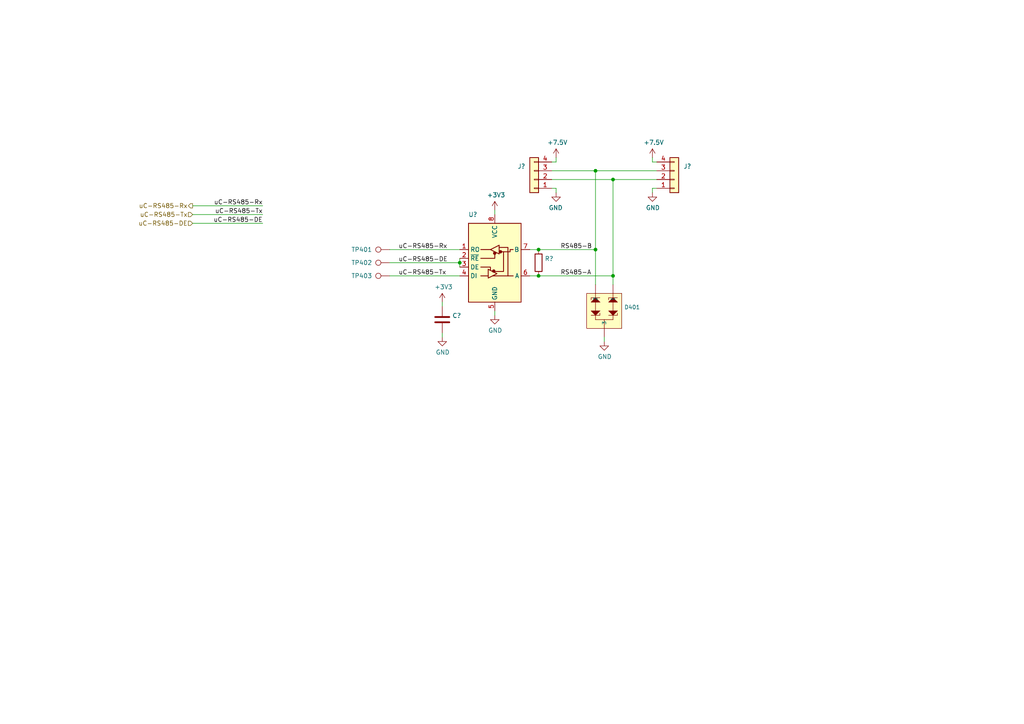
<source format=kicad_sch>
(kicad_sch (version 20211123) (generator eeschema)
  (paper "A4")
  (title_block (title "24 Clocks") (date "GITDATE") (rev "GITHASH") (company "Martin van Leussen"))
  (lib_symbols
    (symbol "24-clocks-rescue:PESD1CAN-SparkFun-DiscreteSemi" (pin_numbers hide) (pin_names (offset 1.016))
      (property "Reference" "D" (at -5.08 6.35 0))
      (property "Value" "PESD1CAN-SparkFun-DiscreteSemi" (at -5.08 -7.62 0))
      (symbol "PESD1CAN-SparkFun-DiscreteSemi_1_0"
        (polyline (pts (xy -5.08 -2.54) (xy -3.81 -2.54)))
        (polyline (pts (xy -5.08 2.54) (xy -3.81 2.54)))
        (polyline (pts (xy -3.81 -3.81) (xy -3.175 -3.81)))
        (polyline (pts (xy -3.81 -2.54) (xy -3.81 -3.81)))
        (polyline (pts (xy -3.81 -2.54) (xy 1.27 -2.54)))
        (polyline (pts (xy -3.81 -1.27) (xy -3.81 -2.54)))
        (polyline (pts (xy -3.81 1.27) (xy -3.175 1.27)))
        (polyline (pts (xy -3.81 2.54) (xy -3.81 1.27)))
        (polyline (pts (xy -3.81 2.54) (xy 1.27 2.54)))
        (polyline (pts (xy -3.81 3.81) (xy -3.81 2.54)))
        (polyline (pts (xy 1.27 -3.81) (xy 1.27 -2.54)))
        (polyline (pts (xy 1.27 -2.54) (xy 1.27 -1.27)))
        (polyline (pts (xy 1.27 -2.54) (xy 2.54 -2.54)))
        (polyline (pts (xy 1.27 -1.27) (xy 0.635 -1.27)))
        (polyline (pts (xy 1.27 1.27) (xy 1.27 2.54)))
        (polyline (pts (xy 1.27 2.54) (xy 1.27 3.81)))
        (polyline (pts (xy 1.27 2.54) (xy 2.54 2.54)))
        (polyline (pts (xy 1.27 3.81) (xy 0.635 3.81)))
        (polyline (pts (xy 2.54 0) (xy 2.54 -2.54)))
        (polyline (pts (xy 2.54 0) (xy 5.08 0)))
        (polyline (pts (xy 2.54 2.54) (xy 2.54 0)))
      )
      (symbol "PESD1CAN-SparkFun-DiscreteSemi_1_1"
        (polyline (pts (xy -2.54 -1.27) (xy -2.54 -3.81) (xy -2.54 -3.81) (xy -3.81 -2.54) (xy -3.81 -2.54) (xy -2.54 -1.27)) (fill (type outline)))
        (polyline (pts (xy -2.54 3.81) (xy -3.81 2.54) (xy -3.81 2.54) (xy -2.54 1.27) (xy -2.54 1.27) (xy -2.54 3.81)) (fill (type outline)))
        (polyline (pts (xy 0 -1.27) (xy 1.27 -2.54) (xy 1.27 -2.54) (xy 0 -3.81) (xy 0 -3.81) (xy 0 -1.27)) (fill (type outline)))
        (polyline (pts (xy 0 3.81) (xy 1.27 2.54) (xy 1.27 2.54) (xy 0 1.27) (xy 0 1.27) (xy 0 3.81)) (fill (type outline)))
        (polyline (pts (xy -5.08 -5.08) (xy 5.08 -5.08) (xy 5.08 5.08) (xy -5.08 5.08) (xy -5.08 2.54) (xy -5.08 -2.54) (xy -5.08 -5.08)) (fill (type background)))
        (pin bidirectional line (at -7.62 2.54 0) (length 2.54) (name "1") (number "1"))
        (pin bidirectional line (at -7.62 -2.54 0) (length 2.54) (name "2") (number "2"))
        (pin bidirectional line (at 7.62 0 180) (length 2.54) (name "3") (number "3"))
      )
    )
    (symbol "Connector:TestPoint" (pin_numbers hide) (pin_names (offset 0.762) hide)
      (property "Reference" "TP" (at 0 6.858 0))
      (property "Value" "TestPoint" (at 0 5.08 0))
      (symbol "TestPoint_0_1"
        (circle (center 0 3.302) (radius 0.762))
      )
      (symbol "TestPoint_1_1"
        (pin passive line (at 0 0 90) (length 2.54) (name "1") (number "1"))
      )
    )
    (symbol "Connector_Generic:Conn_01x04" (pin_names (offset 1.016) hide)
      (property "Reference" "J" (at 0 5.08 0))
      (property "Value" "Conn_01x04" (at 0 -7.62 0))
      (symbol "Conn_01x04_1_1"
        (rectangle (start -1.27 -4.953) (end 0 -5.207) (stroke (width 0.1524)))
        (rectangle (start -1.27 -2.413) (end 0 -2.667) (stroke (width 0.1524)))
        (rectangle (start -1.27 0.127) (end 0 -0.127) (stroke (width 0.1524)))
        (rectangle (start -1.27 2.667) (end 0 2.413) (stroke (width 0.1524)))
        (rectangle (start -1.27 3.81) (end 1.27 -6.35) (stroke (width 0.254)) (fill (type background)))
        (pin passive line (at -5.08 2.54 0) (length 3.81) (name "Pin_1") (number "1"))
        (pin passive line (at -5.08 0 0) (length 3.81) (name "Pin_2") (number "2"))
        (pin passive line (at -5.08 -2.54 0) (length 3.81) (name "Pin_3") (number "3"))
        (pin passive line (at -5.08 -5.08 0) (length 3.81) (name "Pin_4") (number "4"))
      )
    )
    (symbol "Device:C" (pin_numbers hide) (pin_names (offset 0.254))
      (property "Reference" "C" (at 0.635 2.54 0))
      (property "Value" "C" (at 0.635 -2.54 0))
      (symbol "C_0_1"
        (polyline (pts (xy -2.032 -0.762) (xy 2.032 -0.762)) (stroke (width 0.508)))
        (polyline (pts (xy -2.032 0.762) (xy 2.032 0.762)) (stroke (width 0.508)))
      )
      (symbol "C_1_1"
        (pin passive line (at 0 3.81 270) (length 2.794) (name "~") (number "1"))
        (pin passive line (at 0 -3.81 90) (length 2.794) (name "~") (number "2"))
      )
    )
    (symbol "Device:R" (pin_numbers hide) (pin_names (offset 0))
      (property "Reference" "R" (at 2.032 0 90))
      (property "Value" "R" (at 0 0 90))
      (symbol "R_0_1"
        (rectangle (start -1.016 -2.54) (end 1.016 2.54) (stroke (width 0.254)))
      )
      (symbol "R_1_1"
        (pin passive line (at 0 3.81 270) (length 1.27) (name "~") (number "1"))
        (pin passive line (at 0 -3.81 90) (length 1.27) (name "~") (number "2"))
      )
    )
    (symbol "Interface_UART:MAX3485"
      (property "Reference" "U" (at -6.096 11.43 0))
      (property "Value" "MAX3485" (at 0.762 11.43 0))
      (symbol "MAX3485_0_1"
        (rectangle (start -7.62 10.16) (end 7.62 -12.7) (stroke (width 0.254)) (fill (type background)))
        (circle (center -0.3048 -3.683) (radius 0.3556) (stroke (width 0.254)) (fill (type outline)))
        (circle (center -0.0254 1.4986) (radius 0.3556) (stroke (width 0.254)) (fill (type outline)))
        (polyline (pts (xy -4.064 -5.08) (xy -1.905 -5.08)) (stroke (width 0.254)))
        (polyline (pts (xy -4.064 2.54) (xy -1.27 2.54)) (stroke (width 0.254)))
        (polyline (pts (xy -1.27 -3.2004) (xy -1.27 -3.4544)) (stroke (width 0.254)))
        (polyline (pts (xy -0.635 -5.08) (xy 5.334 -5.08)) (stroke (width 0.254)))
        (polyline (pts (xy -4.064 -2.54) (xy -1.27 -2.54) (xy -1.27 -3.175)) (stroke (width 0.254)))
        (polyline (pts (xy 0 1.27) (xy 0 0) (xy -4.064 0)) (stroke (width 0.254)))
        (polyline (pts (xy 1.27 3.175) (xy 3.81 3.175) (xy 3.81 -5.08)) (stroke (width 0.254)))
        (polyline (pts (xy 2.54 1.905) (xy 2.54 -3.81) (xy 0 -3.81)) (stroke (width 0.254)))
        (polyline (pts (xy -1.905 -3.175) (xy -1.905 -5.715) (xy 0.635 -4.445) (xy -1.905 -3.175)) (stroke (width 0.254)))
        (polyline (pts (xy -1.27 2.54) (xy 1.27 3.81) (xy 1.27 1.27) (xy -1.27 2.54)) (stroke (width 0.254)))
        (polyline (pts (xy 1.905 1.905) (xy 4.445 1.905) (xy 4.445 2.54) (xy 5.334 2.54)) (stroke (width 0.254)))
        (rectangle (start 1.27 3.175) (end 1.27 3.175))
        (circle (center 1.651 1.905) (radius 0.3556) (stroke (width 0.254)) (fill (type outline)))
      )
      (symbol "MAX3485_1_1"
        (pin output line (at -10.16 2.54 0) (length 2.54) (name "RO") (number "1"))
        (pin input line (at -10.16 0 0) (length 2.54) (name "~{RE}") (number "2"))
        (pin input line (at -10.16 -2.54 0) (length 2.54) (name "DE") (number "3"))
        (pin input line (at -10.16 -5.08 0) (length 2.54) (name "DI") (number "4"))
        (pin power_in line (at 0 -15.24 90) (length 2.54) (name "GND") (number "5"))
        (pin bidirectional line (at 10.16 -5.08 180) (length 2.54) (name "A") (number "6"))
        (pin bidirectional line (at 10.16 2.54 180) (length 2.54) (name "B") (number "7"))
        (pin power_in line (at 0 12.7 270) (length 2.54) (name "VCC") (number "8"))
      )
    )
    (symbol "power:+3V3" (power) (pin_names (offset 0))
      (property "Value" "+3V3" (at 0 3.556 0))
      (symbol "+3V3_0_1"
        (polyline (pts (xy -0.762 1.27) (xy 0 2.54)))
        (polyline (pts (xy 0 0) (xy 0 2.54)))
        (polyline (pts (xy 0 2.54) (xy 0.762 1.27)))
      )
      (symbol "+3V3_1_1"
        (pin power_in line (at 0 0 90) (length 0) hide (name "+3V3") (number "1"))
      )
    )
    (symbol "power:+7.5V" (power) (pin_names (offset 0))
      (property "Value" "+7.5V" (at 0 3.556 0))
      (symbol "+7.5V_0_1"
        (polyline (pts (xy -0.762 1.27) (xy 0 2.54)))
        (polyline (pts (xy 0 0) (xy 0 2.54)))
        (polyline (pts (xy 0 2.54) (xy 0.762 1.27)))
      )
      (symbol "+7.5V_1_1"
        (pin power_in line (at 0 0 90) (length 0) hide (name "+7.5V") (number "1"))
      )
    )
    (symbol "power:GND" (power) (pin_names (offset 0))
      (property "Value" "GND" (at 0 -3.81 0))
      (symbol "GND_0_1"
        (polyline (pts (xy 0 0) (xy 0 -1.27) (xy 1.27 -1.27) (xy 0 -2.54) (xy -1.27 -1.27) (xy 0 -1.27)))
      )
      (symbol "GND_1_1"
        (pin power_in line (at 0 0 270) (length 0) hide (name "GND") (number "1"))
      )
    )
  )
  (junction (at 172.72 49.53))
  (junction (at 156.21 72.39))
  (junction (at 133.35 76.2))
  (junction (at 177.8 80.01))
  (junction (at 177.8 52.07))
  (junction (at 156.21 80.01))
  (junction (at 172.72 72.39))
  (wire (pts (xy 189.23 45.72) (xy 189.23 46.99)))
  (wire (pts (xy 156.21 72.39) (xy 153.67 72.39)))
  (wire (pts (xy 161.29 46.99) (xy 160.02 46.99)))
  (wire (pts (xy 160.02 52.07) (xy 177.8 52.07)))
  (wire (pts (xy 161.29 55.88) (xy 161.29 54.61)))
  (wire (pts (xy 172.72 49.53) (xy 190.5 49.53)))
  (wire (pts (xy 128.27 87.63) (xy 128.27 88.9)))
  (wire (pts (xy 189.23 46.99) (xy 190.5 46.99)))
  (wire (pts (xy 55.88 62.23) (xy 76.2 62.23)))
  (wire (pts (xy 55.88 64.77) (xy 76.2 64.77)))
  (wire (pts (xy 189.23 55.88) (xy 189.23 54.61)))
  (wire (pts (xy 113.03 76.2) (xy 133.35 76.2)))
  (wire (pts (xy 189.23 54.61) (xy 190.5 54.61)))
  (wire (pts (xy 156.21 80.01) (xy 177.8 80.01)))
  (wire (pts (xy 55.88 59.69) (xy 76.2 59.69)))
  (wire (pts (xy 133.35 76.2) (xy 133.35 74.93)))
  (wire (pts (xy 113.03 80.01) (xy 133.35 80.01)))
  (wire (pts (xy 156.21 72.39) (xy 172.72 72.39)))
  (wire (pts (xy 177.8 80.01) (xy 177.8 52.07)))
  (wire (pts (xy 128.27 96.52) (xy 128.27 97.79)))
  (wire (pts (xy 160.02 49.53) (xy 172.72 49.53)))
  (wire (pts (xy 156.21 80.01) (xy 153.67 80.01)))
  (wire (pts (xy 143.51 62.23) (xy 143.51 60.96)))
  (wire (pts (xy 175.26 99.06) (xy 175.26 97.79)))
  (wire (pts (xy 177.8 52.07) (xy 190.5 52.07)))
  (wire (pts (xy 172.72 72.39) (xy 172.72 49.53)))
  (wire (pts (xy 172.72 72.39) (xy 172.72 82.55)))
  (wire (pts (xy 161.29 45.72) (xy 161.29 46.99)))
  (wire (pts (xy 161.29 54.61) (xy 160.02 54.61)))
  (wire (pts (xy 177.8 80.01) (xy 177.8 82.55)))
  (wire (pts (xy 143.51 91.44) (xy 143.51 90.17)))
  (wire (pts (xy 113.03 72.39) (xy 133.35 72.39)))
  (wire (pts (xy 133.35 77.47) (xy 133.35 76.2)))
  (label "uC-RS485-Tx" (at 115.57 80.01 0))
  (label "uC-RS485-Tx" (at 76.2 62.23 180))
  (label "uC-RS485-Rx" (at 76.2 59.69 180))
  (label "RS485-B" (at 162.56 72.39 0))
  (label "uC-RS485-DE" (at 76.2 64.77 180))
  (label "RS485-A" (at 162.56 80.01 0))
  (label "uC-RS485-Rx" (at 115.57 72.39 0))
  (label "uC-RS485-DE" (at 115.57 76.2 0))
  (hierarchical_label "uC-RS485-Rx" (shape output) (at 55.88 59.69 180))
  (hierarchical_label "uC-RS485-DE" (shape input) (at 55.88 64.77 180))
  (hierarchical_label "uC-RS485-Tx" (shape input) (at 55.88 62.23 180))
  (symbol (lib_id "Interface_UART:MAX3485") (at 143.51 74.93 0) (unit 1)
    (property "Reference" "U?" (at 137.16 62.23 0))
    (property "Datasheet" "https://datasheets.maximintegrated.com/en/ds/MAX3483-MAX3491.pdf" (effects hide))
  )
  (symbol (lib_id "Connector_Generic:Conn_01x04") (at 195.58 52.07 0) (mirror x) (unit 1)
    (property "Reference" "J?" (at 199.39 48.26 0))
    (property "Datasheet" "http://www.jst-mfg.com/product/pdf/eng/eXH.pdf" (effects hide))
  )
  (symbol (lib_id "power:+3V3") (at 143.51 60.96 0) (unit 1)
    (property "Reference" "#PWR?" (effects hide))
  )
  (symbol (lib_id "power:GND") (at 143.51 91.44 0) (unit 1)
    (property "Reference" "#PWR?" (effects hide))
  )
  (symbol (lib_id "power:GND") (at 189.23 55.88 0) (unit 1)
    (property "Reference" "#PWR?" (effects hide))
  )
  (symbol (lib_id "Device:R") (at 156.21 76.2 0) (unit 1)
    (property "Reference" "R?" (at 157.988 75.0316 0) (effects (justify left)))
    (property "Config" "-SLAVE" (effects hide))
  )
  (symbol (lib_id "Device:C") (at 128.27 92.71 0) (unit 1)
    (property "Reference" "C?" (at 131.191 91.5416 0) (effects (justify left)))
  )
  (symbol (lib_id "Connector_Generic:Conn_01x04") (at 154.94 52.07 180) (unit 1)
    (property "Reference" "J?" (at 152.4 48.26 0) (effects (justify left)))
    (property "Datasheet" "http://www.jst-mfg.com/product/pdf/eng/eXH.pdf" (effects hide))
  )
  (symbol (lib_id "power:GND") (at 161.29 55.88 0) (mirror y) (unit 1)
    (property "Reference" "#PWR?" (effects hide))
  )
  (symbol (lib_id "power:+3V3") (at 128.27 87.63 0) (unit 1)
    (property "Reference" "#PWR?" (effects hide))
  )
  (symbol (lib_id "power:GND") (at 128.27 97.79 0) (unit 1)
    (property "Reference" "#PWR?" (effects hide))
  )
  (symbol (lib_id "24-clocks-rescue:PESD1CAN-SparkFun-DiscreteSemi") (at 175.26 90.17 270) (unit 1)
    (property "Reference" "D401" (at 181.0512 89.1032 90) (effects (font (size 1.143 1.143)) (justify left)))
    (property "Datasheet" "https://assets.nexperia.com/documents/data-sheet/PESD1CAN.pdf" (effects hide))
  )
  (symbol (lib_id "power:GND") (at 175.26 99.06 0) (unit 1)
    (property "Reference" "#PWR?" (effects hide))
  )
  (symbol (lib_id "Connector:TestPoint") (at 113.03 72.39 90) (unit 1)
    (property "Reference" "TP401" (at 107.95 72.39 90) (effects (justify left)))
  )
  (symbol (lib_id "Connector:TestPoint") (at 113.03 76.2 90) (unit 1)
    (property "Reference" "TP402" (at 107.95 76.2 90) (effects (justify left)))
  )
  (symbol (lib_id "Connector:TestPoint") (at 113.03 80.01 90) (unit 1)
    (property "Reference" "TP403" (at 107.95 80.01 90) (effects (justify left)))
  )
  (symbol (lib_id "power:+7.5V") (at 161.29 45.72 0) (unit 1)
    (property "Reference" "#PWR0108" (effects hide))
  )
  (symbol (lib_id "power:+7.5V") (at 189.23 45.72 0) (unit 1)
    (property "Reference" "#PWR0110" (effects hide))
  )
)
</source>
